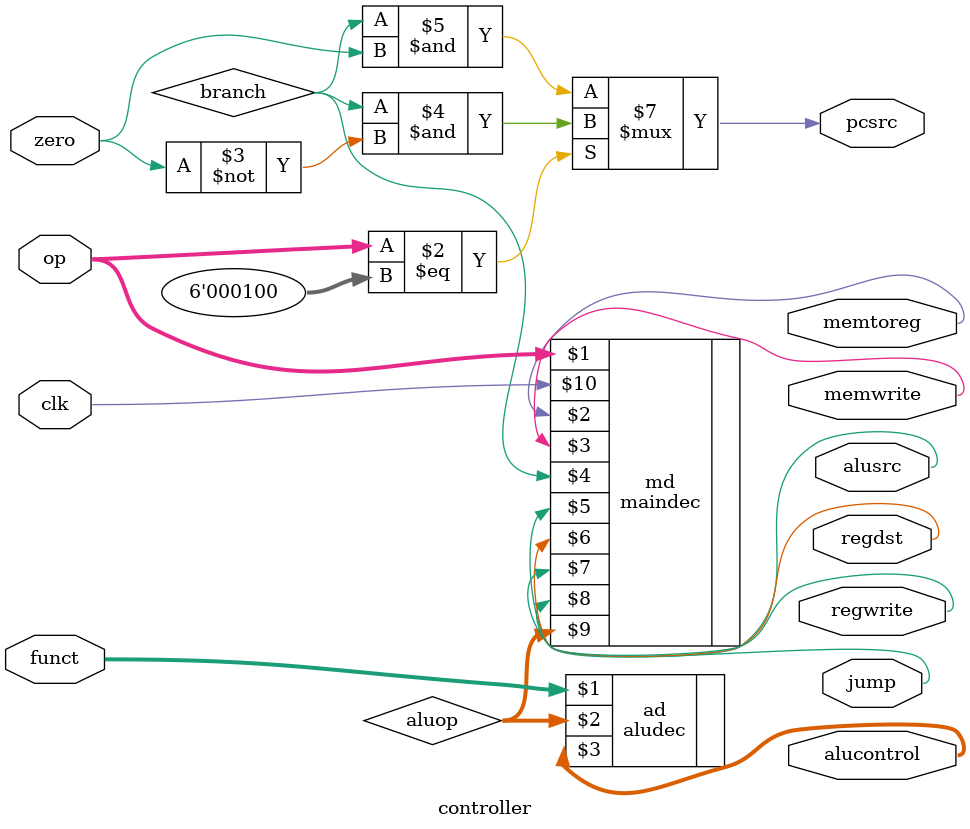
<source format=sv>
`include "maindec.sv"
`include "aludec.sv"

`ifndef CONTROLLER
`define CONTROLLER

module controller (
    input logic [5:0] op,
    funct,
    input logic zero,
    output logic memtoreg,
    memwrite,
    output logic pcsrc,
    alusrc,
    output logic regdst,
    regwrite,
    output logic jump,
    output logic [2:0] alucontrol,
    input clk
);
  logic [2:0] aluop;
  logic branch;
  maindec md (
      op,
      memtoreg,
      memwrite,
      branch,
      alusrc,
      regdst,
      regwrite,
      jump,
      aluop,
      clk
  );
  aludec ad (
      funct,
      aluop,
      alucontrol
  );

  always_comb begin
    if (op == 6'b000100) pcsrc = branch & ~zero;  // for bne
    else pcsrc = branch & zero;
  end
endmodule

`endif

</source>
